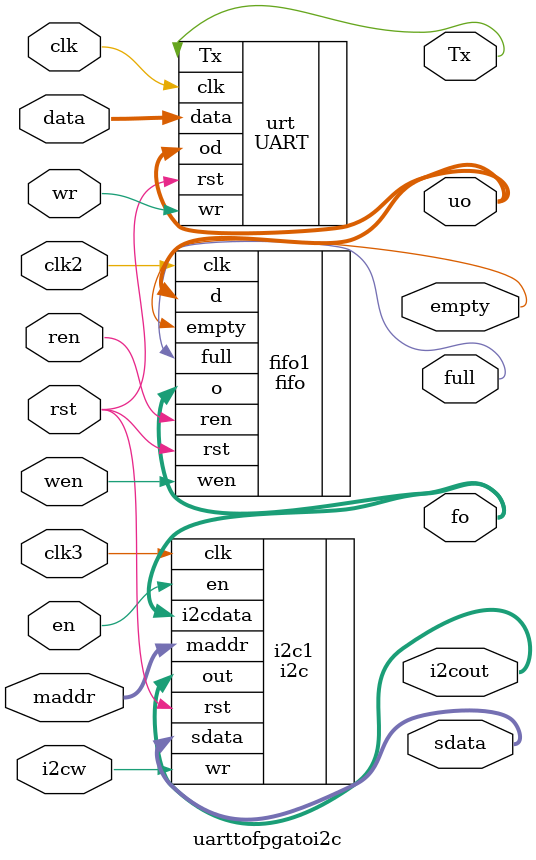
<source format=v>
module uarttofpgatoi2c(
  input  [7:0]data,
  output  [7:0]uo,
  output Tx,
  output [7:0]fo,
  input [2:0]maddr,
   output [7:0]sdata,
   output  [7:0] i2cout,
  output full,empty,
  input rst,clk,clk2,clk3,wr,wen,ren,en,i2cw);
  
  UART urt(.rst(rst),.clk(clk),.wr(wr),.data(data),.od(uo),.Tx(Tx));
  fifo fifo1(.clk(clk2),.rst(rst),.d(uo),.o(fo),.full(full),.empty(empty),.wen(wen),.ren(ren));
  i2c   i2c1(.rst(rst),.en(en),.maddr(maddr),.i2cdata(fo),.clk(clk3),.wr(i2cw),.sdata(sdata),.out(i2cout));
endmodule
 
</source>
